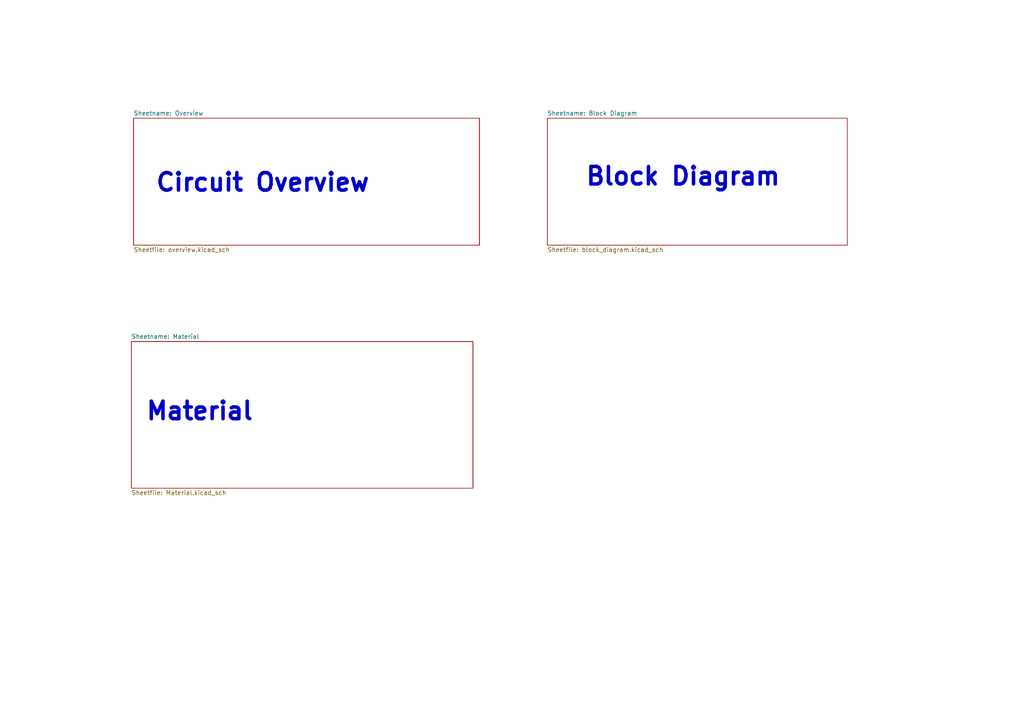
<source format=kicad_sch>
(kicad_sch
	(version 20231120)
	(generator "eeschema")
	(generator_version "8.0")
	(uuid "a4b60af5-173d-4489-9d9f-c9b1498c5919")
	(paper "A4")
	(title_block
		(title "Er Vento - electrical schematic")
		(date "2025-02-20")
		(rev "0.1")
		(company "Christoph")
	)
	(lib_symbols)
	(text "Circuit Overview"
		(exclude_from_sim no)
		(at 76.2 53.086 0)
		(effects
			(font
				(size 5.08 5.08)
				(thickness 1.016)
				(bold yes)
			)
		)
		(uuid "0eaeb392-e25c-4ff4-ae75-19ddb2420d27")
	)
	(text "Material"
		(exclude_from_sim no)
		(at 57.912 119.38 0)
		(effects
			(font
				(size 5.08 5.08)
				(thickness 1.016)
				(bold yes)
			)
		)
		(uuid "1657a004-d41f-4054-b03d-a5939ef7e9df")
	)
	(text "Block Diagram"
		(exclude_from_sim no)
		(at 198.12 51.308 0)
		(effects
			(font
				(size 5.08 5.08)
				(thickness 1.016)
				(bold yes)
			)
		)
		(uuid "c4a2f625-2f1b-43e7-83da-9d55da029fa6")
	)
	(sheet
		(at 38.735 34.29)
		(size 100.33 36.83)
		(fields_autoplaced yes)
		(stroke
			(width 0.1524)
			(type solid)
		)
		(fill
			(color 0 0 0 0.0000)
		)
		(uuid "4291a610-f98e-495b-82ec-0c59d0445525")
		(property "Sheetname" "Overview"
			(at 38.735 33.5784 0)
			(show_name yes)
			(effects
				(font
					(size 1.27 1.27)
				)
				(justify left bottom)
			)
		)
		(property "Sheetfile" "overview.kicad_sch"
			(at 38.735 71.7046 0)
			(show_name yes)
			(effects
				(font
					(size 1.27 1.27)
				)
				(justify left top)
			)
		)
		(instances
			(project "Single-Line-Diagram"
				(path "/a4b60af5-173d-4489-9d9f-c9b1498c5919"
					(page "3")
				)
			)
		)
	)
	(sheet
		(at 38.1 99.06)
		(size 99.06 42.545)
		(fields_autoplaced yes)
		(stroke
			(width 0.1524)
			(type solid)
		)
		(fill
			(color 0 0 0 0.0000)
		)
		(uuid "503818da-d459-4f96-a307-ed1d9932adc2")
		(property "Sheetname" "Material"
			(at 38.1 98.3484 0)
			(show_name yes)
			(effects
				(font
					(size 1.27 1.27)
				)
				(justify left bottom)
			)
		)
		(property "Sheetfile" "Material.kicad_sch"
			(at 38.1 142.1896 0)
			(show_name yes)
			(effects
				(font
					(size 1.27 1.27)
				)
				(justify left top)
			)
		)
		(instances
			(project "Single-Line-Diagram"
				(path "/a4b60af5-173d-4489-9d9f-c9b1498c5919"
					(page "2")
				)
			)
		)
	)
	(sheet
		(at 158.75 34.29)
		(size 86.995 36.83)
		(fields_autoplaced yes)
		(stroke
			(width 0.1524)
			(type solid)
		)
		(fill
			(color 0 0 0 0.0000)
		)
		(uuid "9535340d-f892-489c-8e96-bcfaf2cc5b9f")
		(property "Sheetname" "Block Diagram"
			(at 158.75 33.5784 0)
			(show_name yes)
			(effects
				(font
					(size 1.27 1.27)
				)
				(justify left bottom)
			)
		)
		(property "Sheetfile" "block_diagram.kicad_sch"
			(at 158.75 71.7046 0)
			(show_name yes)
			(effects
				(font
					(size 1.27 1.27)
				)
				(justify left top)
			)
		)
		(instances
			(project "Single-Line-Diagram"
				(path "/a4b60af5-173d-4489-9d9f-c9b1498c5919"
					(page "4")
				)
			)
		)
	)
	(sheet_instances
		(path "/"
			(page "1")
		)
	)
)

</source>
